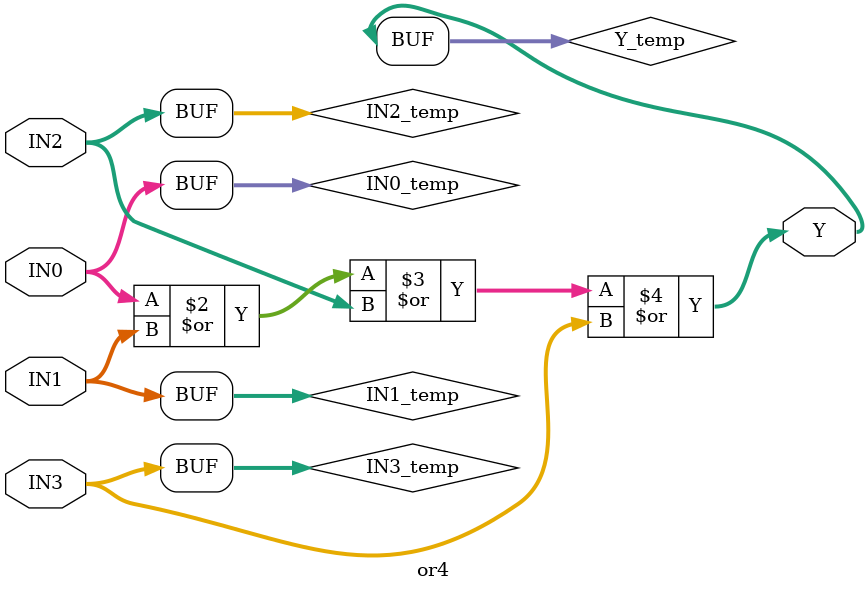
<source format=v>
module or4(IN0,IN1,IN2,IN3,Y);
  parameter N = 8;
  parameter DPFLAG = 0;
  parameter GROUP = "std";
  parameter
        d_IN0 = 0,
        d_IN1 = 0,
        d_IN2 = 0,
        d_IN3 = 0,
        d_Y = 1;
  input [(N - 1):0] IN0;
  input [(N - 1):0] IN1;
  input [(N - 1):0] IN2;
  input [(N - 1):0] IN3;
  output [(N - 1):0] Y;
  wire [(N - 1):0] IN0_temp;
  wire [(N - 1):0] IN1_temp;
  wire [(N - 1):0] IN2_temp;
  wire [(N - 1):0] IN3_temp;
  reg [(N - 1):0] Y_temp;
  assign #(d_IN0) IN0_temp = IN0;
  assign #(d_IN1) IN1_temp = IN1;
  assign #(d_IN2) IN2_temp = IN2;
  assign #(d_IN3) IN3_temp = IN3;
  assign #(d_Y) Y = Y_temp;
  initial
    begin
    if((DPFLAG == 1))
      $display("(WARNING) The instance %m of type or4 can't be implemented as a data-path cell");
    end
  always
    @(IN0_temp or IN1_temp or IN2_temp or IN3_temp)
      begin
      Y_temp = (((IN0_temp | IN1_temp) | IN2_temp) | IN3_temp);
      end
endmodule

</source>
